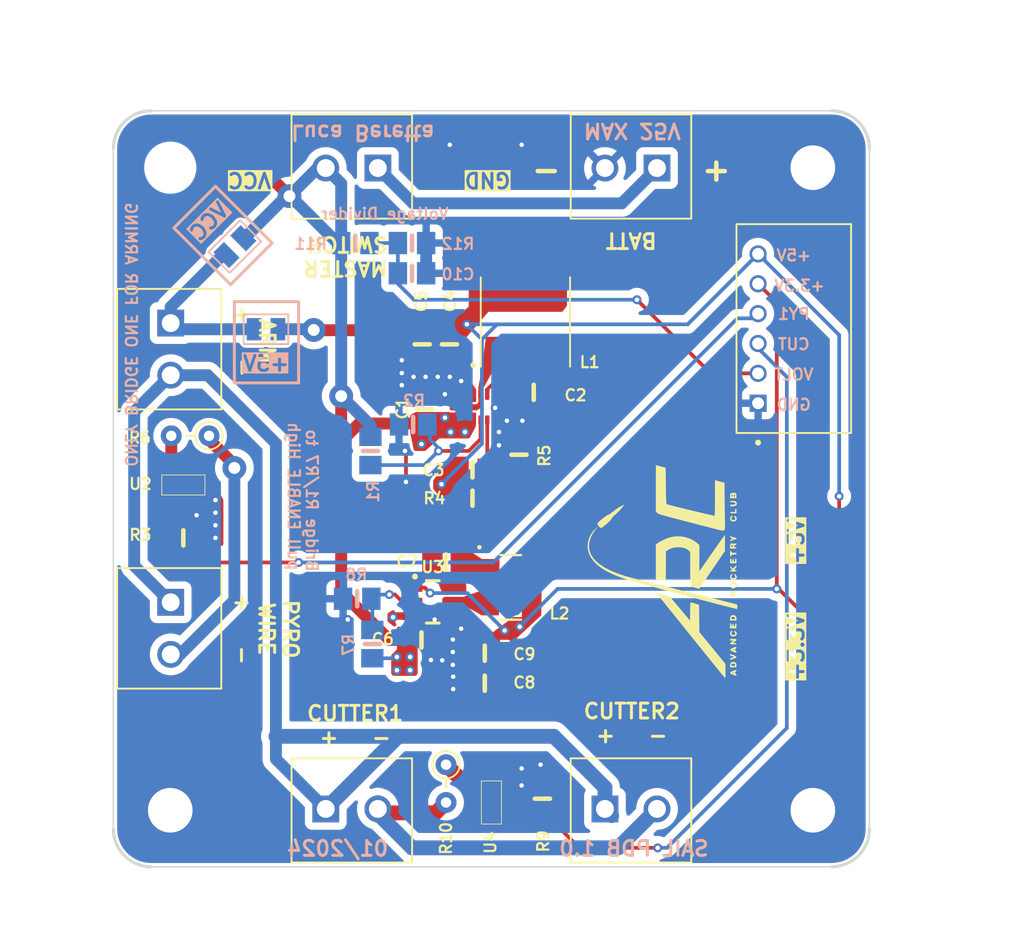
<source format=kicad_pcb>
(kicad_pcb (version 20221018) (generator pcbnew)
  (layers (0 "F.Cu" signal) (1 "In1.Cu" power) (2 "In2.Cu" power) (31 "B.Cu" signal) (34 "B.Paste" user) (35 "F.Paste" user) (36 "B.SilkS" user "B.Silkscreen") (37 "F.SilkS" user "F.Silkscreen") (38 "B.Mask" user) (39 "F.Mask" user) (44 "Edge.Cuts" user))
  (net 0 "")
  (net 1 "+3.3V")
  (net 2 "/PY1")
  (net 3 "/VOLTAGE")
  (net 4 "Net-(P4-Pad2)")
  (net 5 "Net-(U2-DRAIN)")
  (net 6 "/PYROCUT")
  (net 7 "/BATT+")
  (net 8 "/ARM")
  (net 9 "GND")
  (net 10 "+5V")
  (net 11 "Net-(U1-EN)")
  (net 12 "Net-(P5-Pad2)")
  (net 13 "Net-(U4-DRAIN)")
  (net 14 "/BUCK1_SW")
  (net 15 "/BUCK1_BST")
  (net 16 "/BUCK1_FB")
  (net 17 "/BUCK2_BST")
  (net 18 "/BUCK2_SW")
  (net 19 "VCC")
  (net 21 "/BUCK2_EN")
  (net 22 "Net-(JP1-B)")
  (footprint "CustomFootprintLib:0805-NO-Resistor" (layer "F.Cu") (at 101.6 57.785)
    (fp_text reference "R4")
    (fp_text value "158k")
  )
  (footprint "CustomFootprintLib:INDUCTOR_VLS6045EX-6.8uH" (layer "F.Cu") (at 105.156 45.9421 90)
    (fp_text reference "L1")
    (fp_text value "6.8uH")
  )
  (footprint "CustomFootprintLib:0805-NO (Capacitor)" (layer "F.Cu") (at 98.171 67.309962)
    (fp_text reference "C6")
    (fp_text value "10uF")
  )
  (footprint "CustomFootprintLib:0805-NO (Capacitor)" (layer "F.Cu") (at 101.6 55.88)
    (fp_text reference "C3")
    (fp_text value "4.7pF")
  )
  (footprint "CustomFootprintLib:KEYSTONE_5015_TEST" (layer "F.Cu") (at 126.238 60.452 90)
    (fp_text reference "TP2" hide)
    (fp_text value "5015")
  )
  (footprint "CustomFootprintLib:TERMBLOCK_OSTTE020104_3_5MM" (layer "F.Cu") (at 93.49 78.6638)
    (fp_text reference "P6" hide)
    (fp_text value "OSTTE020104" hide)
  )
  (footprint "CustomFootprintLib:KEYSTONE_5015_TEST" (layer "F.Cu") (at 102.489 33.909)
    (fp_text reference "TP4" hide)
    (fp_text value "5015")
  )
  (footprint "CustomFootprintLib:KEYSTONE_5015_TEST" (layer "F.Cu") (at 126.238 67.564 90)
    (fp_text reference "TP3" hide)
    (fp_text value "5015")
  )
  (footprint "CustomFootprintLib:0805-NO (Capacitor)" (layer "F.Cu") (at 105.7148 50.673)
    (fp_text reference "C2")
    (fp_text value "0.1uF")
  )
  (footprint "CustomFootprintLib:0805-NO (Capacitor)" (layer "F.Cu") (at 98.3996 51.816 90)
    (fp_text reference "C1")
    (fp_text value "10uF")
  )
  (footprint "CustomFootprintLib:0805-NO (Capacitor)" (layer "F.Cu") (at 98.2218 47.4472 -90)
    (fp_text reference "C5")
    (fp_text value "22uF")
  )
  (footprint "CustomFootprintLib:KEYSTONE_5015_TEST" (layer "F.Cu") (at 86.614 33.909)
    (fp_text reference "TP1" hide)
    (fp_text value "5015")
  )
  (footprint "MountingHole:MountingHole_3mm" (layer "F.Cu") (at 81.29 35.575)
    (fp_text reference "H1" hide)
    (fp_text value "MountingHole_Pad" hide)
  )
  (footprint "CustomFootprintLib:0805-NO-Resistor" (layer "F.Cu") (at 106.299 77.978 -90)
    (fp_text reference "R9")
    (fp_text value "470")
  )
  (footprint "CustomFootprintLib:DMN3051L-7" (layer "F.Cu") (at 82.169 58.071)
    (fp_text reference "U2")
    (fp_text value "DMN3051L-7" hide)
  )
  (footprint "CustomFootprintLib:0805-NO (Capacitor)" (layer "F.Cu") (at 102.4255 70.2164 180)
    (fp_text reference "C8")
    (fp_text value "22uF")
  )
  (footprint "MountingHole:MountingHole_3mm_Pad" (layer "F.Cu") (at 124.47 78.755)
    (fp_text reference "H4" hide)
    (fp_text value "MountingHole_Pad" hide)
  )
  (footprint "CustomFootprintLib:AP63356 (V-DFN3020-13)" (layer "F.Cu") (at 101.7656 51.6754)
    (fp_text reference "U1" hide)
    (fp_text value "AP63357_(SparkFun_Buck_Regulator_5V)" hide)
  )
  (footprint "Resistor_THT:R_Axial_DIN0204_L3.6mm_D1.6mm_P2.54mm_Vertical" (layer "F.Cu") (at 83.897 53.594 180)
    (fp_text reference "R6")
    (fp_text value "2.7")
  )
  (footprint "CustomFootprintLib:0805-NO (Capacitor)" (layer "F.Cu") (at 102.4255 68.199038 180)
    (fp_text reference "C9")
    (fp_text value "22uF")
  )
  (footprint "MountingHole:MountingHole_3mm_Pad" (layer "F.Cu") (at 81.29 78.755)
    (fp_text reference "H3" hide)
    (fp_text value "MountingHole_Pad" hide)
  )
  (footprint "CustomFootprintLib:0805-NO (Capacitor)" (layer "F.Cu") (at 99.822 62.077562)
    (fp_text reference "C7")
    (fp_text value "0.1uF")
  )
  (footprint "CustomFootprintLib:TERMBLOCK_OSTTE020104_3_5MM" (layer "F.Cu") (at 112.25 35.6 180)
    (fp_text reference "P1" hide)
    (fp_text value "OSTTE020104" hide)
  )
  (footprint "CustomFootprintLib:0805-NO (Capacitor)" (layer "F.Cu") (at 100.0506 47.4472 -90)
    (fp_text reference "C4")
    (fp_text value "22uF")
  )
  (footprint "Resistor_THT:R_Axial_DIN0204_L3.6mm_D1.6mm_P2.54mm_Vertical" (layer "F.Cu") (at 99.822 75.692 -90)
    (fp_text reference "R10")
    (fp_text value "3.9")
  )
  (footprint "CustomFootprintLib:TERMBLOCK_OSTTE020104_3_5MM" (layer "F.Cu") (at 93.49 35.6 180)
    (fp_text reference "P2" hide)
    (fp_text value "OSTTE020104" hide)
  )
  (footprint "CustomFootprintLib:IND_NRS4018T4R7MDGJ_4.7uH" (layer "F.Cu") (at 104.1654 63.779362)
    (fp_text reference "L2")
    (fp_text value "4.7uH")
  )
  (footprint "CustomFootprintLib:BUCK_AP63203_3.3_SPARKFUN" (layer "F.Cu") (at 98.933 64.752362 -90)
    (fp_text reference "U3")
    (fp_text value "AP63203")
  )
  (footprint "CustomFootprintLib:TERMBLOCK_OSTTE020104_3_5MM" (layer "F.Cu") (at 112.25 78.6638)
    (fp_text reference "P5" hide)
    (fp_text value "OSTTE020104" hide)
  )
  (footprint "MountingHole:MountingHole_3mm_Pad" (layer "F.Cu") (at 124.47 35.575)
    (fp_text reference "H2" hide)
    (fp_text value "MountingHole_Pad" hide)
  )
  (footprint "CustomFootprintLib:DMN3051L-7" (layer "F.Cu") (at 104.045 78.232 90)
    (fp_text reference "U4")
    (fp_text value "DMN3051L-7" hide)
  )
  (footprint "CustomFootprintLib:0805-NO-Resistor" (layer "F.Cu") (at 82.169 60.452 180)
    (fp_text reference "R3")
    (fp_text value "470" hide)
  )
  (footprint "Graphics:ARC_logo_black_15mm" (layer "F.Cu") (at 114.935 62.865 90)
    (fp_text reference "G***" hide)
    (fp_text value "LOGO" hide)
  )
  (footprint "CustomFootprintLib:TE_440055-6_6POS_2MM" (layer "F.Cu") (at 120.79 51.403 90)
    (fp_text reference "J1" hide)
    (fp_text value "440055-6_6POS_2MM" hide)
  )
  (footprint "CustomFootprintLib:TERMBLOCK_OSTTE020104_3_5MM" (layer "F.Cu") (at 81.32 47.77 -90)
    (fp_text reference "P3" hide)
    (fp_text value "OSTTE020104" hide)
  )
  (footprint "CustomFootprintLib:0805-NO-Resistor" (layer "F.Cu") (at 104.7242 54.864 90)
    (fp_text reference "R5")
    (fp_text value "30k")
  )
  (footprint "CustomFootprintLib:TERMBLOCK_OSTTE020104_3_5MM" (layer "F.Cu") (at 81.32 66.53 -90)
    (fp_text reference "P4" hide)
    (fp_text value "OSTTE020104" hide)
  )
  (footprint "CustomFootprintLib:0805-NO-Resistor" (layer "B.Cu") (at 93.726 40.64)
    (fp_text reference "R11")
    (fp_text value "3900")
  )
  (footprint "CustomFootprintLib:0805-NO-Resistor" (layer "B.Cu") (at 97.6122 52.832 180)
    (fp_text reference "R2")
    (fp_text value "3.6k")
  )
  (footprint "CustomFootprintLib:0805-NO-Resistor" (layer "B.Cu") (at 94.869 67.589362 -90)
    (fp_text reference "R7")
    (fp_text value "68k")
  )
  (footprint "CustomFootprintLib:0805-NO-Resistor" (layer "B.Cu") (at 94.742 54.61 -90)
    (fp_text reference "R1")
    (fp_text value "68k")
  )
  (footprint "CustomFootprintLib:0805-NO (Capacitor)" (layer "B.Cu") (at 97.536 42.672)
    (fp_text reference "C10")
    (fp_text value "1uF")
  )
  (footprint "CustomFootprintLib:0805-NO-Resistor" (layer "B.Cu") (at 93.853 64.541362)
    (fp_text reference "R8")
    (fp_text value "3.6k")
  )
  (footprint "Jumper:SolderJumper-2_P1.3mm_Open_Pad1.0x1.5mm" (layer "B.Cu") (at 85.598 40.8432 -135)
    (fp_text reference "JP3" hide)
    (fp_text value "Jumper_2_Open")
  )
  (footprint "CustomFootprintLib:0805-NO-Resistor" (layer "B.Cu") (at 97.536 40.64 180)
    (fp_text reference "R12")
    (fp_text value "470")
  )
  (footprint "Jumper:SolderJumper-2_P1.3mm_Open_Pad1.0x1.5mm" (layer "B.Cu") (at 87.7212 46.4312 180)
    (fp_text reference "JP1" hide)
    (fp_text value "Jumper_2_Open")
  )
  (gr_rect (start 85.598 44.577) (end 89.916 50.038) (stroke (width 0.2)) (fill none) (layer "B.SilkS"))
  (gr_line (start 88.138 40.64) (end 85.344 43.434) (stroke (width 0.2)) (layer "B.SilkS"))
  (gr_line (start 81.534 39.624) (end 84.328 36.83) (stroke (width 0.2)) (layer "B.SilkS"))
  (gr_line (start 84.328 36.83) (end 88.138 40.64) (stroke (width 0.2)) (layer "B.SilkS"))
  (gr_line (start 85.344 43.434) (end 81.534 39.624) (stroke (width 0.2)) (layer "B.SilkS"))
  (gr_arc (start 80.01 82.55) (mid 78.213958 81.80605) (end 77.47 80.01) (stroke (width 0.2)) (layer "Edge.Cuts"))
  (gr_line (start 128.27 80.01) (end 128.27 34.29) (stroke (width 0.1)) (layer "Edge.Cuts"))
  (gr_line (start 80.01 82.55) (end 125.73 82.55) (stroke (width 0.1)) (layer "Edge.Cuts"))
  (gr_arc (start 125.73 31.75) (mid 127.52606 32.493947) (end 128.27 34.29) (stroke (width 0.2)) (layer "Edge.Cuts"))
  (gr_line (start 125.73 31.75) (end 80.01 31.75) (stroke (width 0.1)) (layer "Edge.Cuts"))
  (gr_arc (start 77.47 34.29) (mid 78.213958 32.493966) (end 80.01 31.75) (stroke (width 0.2)) (layer "Edge.Cuts"))
  (gr_line (start 77.47 34.29) (end 77.47 80.01) (stroke (width 0.1)) (layer "Edge.Cuts"))
  (gr_arc (start 128.270018 80.01) (mid 127.526064 81.806064) (end 125.73 82.550018) (stroke (width 0.2)) (layer "Edge.Cuts"))
  (gr_text "PY1" (at 123.19 45.847) (layer "B.SilkS") (effects (font (size 0.75 0.75) (thickness 0.15) bold) (justify bottom mirror)))
  (gr_text "VCC" (at 84.328 39.624 45) (layer "B.SilkS" knockout) (effects (font (size 1 1) (thickness 0.2) bold) (justify bottom mirror)))
  (gr_text "01/2024" (at 89.027 81.915) (layer "B.SilkS") (effects (font (size 1 1) (thickness 0.2) bold) (justify right bottom mirror)))
  (gr_text "+5V" (at 123.19 41.91) (layer "B.SilkS") (effects (font (size 0.75 0.75)) (justify bottom mirror)))
  (gr_text "GND" (at 123.19 51.943) (layer "B.SilkS") (effects (font (size 0.75 0.75) (thickness 0.15) bold) (justify bottom mirror)))
  (gr_text "ONLY BRIDGE ONE FOR ARMING" (at 78.2066 55.753 270) (layer "B.SilkS") (effects (font (size 0.75 0.75) (thickness 0.15) bold) (justify left bottom mirror)))
  (gr_text "Bridge R1/R7 to \npull ENABLE High" (at 89.154 57.658 270) (layer "B.SilkS") (effects (font (size 0.75 0.75)) (justify bottom mirror)))
  (gr_text "+3.3V" (at 123.571 43.942) (layer "B.SilkS") (effects (font (size 0.75 0.75)) (justify bottom mirror)))
  (gr_text "VOLT" (at 123.19 49.911) (layer "B.SilkS") (effects (font (size 0.75 0.75) (thickness 0.15) bold) (justify bottom mirror)))
  (gr_text "Luca Beretta" (at 99.187 32.637726 180) (layer "B.SilkS") (effects (font (size 1 1) (thickness 0.2) bold) (justify right bottom mirror)))
  (gr_text "CUT" (at 123.19 47.879) (layer "B.SilkS") (effects (font (size 0.75 0.75)) (justify bottom mirror)))
  (gr_text "SAIL PDB 1.0" (at 107.315 81.915) (layer "B.SilkS") (effects (font (size 1 1) (thickness 0.2) bold) (justify right bottom mirror)))
  (gr_text "MAX 25V" (at 108.966 32.512 180) (layer "B.SilkS") (effects (font (size 1 1) (thickness 0.2) bold) (justify left bottom mirror)))
  (gr_text "Voltage Divider" (at 100.076 39.116) (layer "B.SilkS") (effects (font (size 0.75 0.75) (thickness 0.15) bold) (justify left bottom mirror)))
  (gr_text "+5V" (at 87.7316 49.3268) (layer "B.SilkS" knockout) (effects (font (size 1 1) (thickness 0.2) bold) (justify bottom mirror)))
  (gr_text "CUTTER2\n+   -" (at 112.3034 74.295) (layer "F.SilkS") (effects (font (size 1 1) (thickness 0.2) bold) (justify bottom)))
  (gr_text "GND" (at 102.616 35.814 180) (layer "F.SilkS" knockout) (effects (font (size 1 1) (thickness 0.2) bold) (justify bottom)))
  (gr_text "MASTER\nSWITCH" (at 96.012 40.132 180) (layer "F.SilkS") (effects (font (size 1 1) (thickness 0.2) bold) (justify left bottom)))
  (gr_text "+3.3V" (at 123.952 67.818 90) (layer "F.SilkS" knockout) (effects (font (size 1 1) (thickness 0.2) bold) (justify bottom)))
  (gr_text "BATT" (at 112.268 39.878 180) (layer "F.SilkS") (effects (font (size 1 1) (thickness 0.2) bold) (justify bottom)))
  (gr_text "ARM\n+   -" (at 85.598 47.244 270) (layer "F.SilkS") (effects (font (size 1 1) (thickness 0.2) bold) (justify bottom)))
  (gr_text "PYRO\nWIRE\n+   -" (at 85.5618 66.5782 270) (layer "F.SilkS") (effects (font (size 1 1) (thickness 0.2) bold) (justify bottom)))
  (gr_text "CUTTER1\n+   -" (at 93.716 74.4474) (layer "F.SilkS") (effects (font (size 1 1) (thickness 0.2) bold) (justify bottom)))
  (gr_text "VCC" (at 86.614 35.814 180) (layer "F.SilkS" knockout) (effects (font (size 1 1) (thickness 0.2) bold) (justify bottom)))
  (gr_text "+" (at 116.858 36.576) (layer "F.SilkS") (effects (font (size 1.5 1.5) (thickness 0.3) bold) (justify left bottom)))
  (gr_text "+5V" (at 123.952 60.706 90) (layer "F.SilkS" knockout) (effects (font (size 1 1) (thickness 0.2) bold) (justify bottom)))
  (gr_text "-\n" (at 105.428 36.576) (layer "F.SilkS") (effects (font (size 1.5 1.5) (thickness 0.3) bold) (justify left bottom)))
  (segment (start 122.172726 63.879726) (end 122.047 63.879726) (width 0.25) (layer "F.Cu") (net 1))
  (segment (start 105.5624 63.779362) (end 105.5624 62.229962) (width 0.25) (layer "F.Cu") (net 1))
  (segment (start 97.5579 63.802362) (end 98.397162 63.802362) (width 0.25) (layer "F.Cu") (net 1))
  (segment (start 98.397162 63.802362) (end 98.7552 64.1604) (width 0.25) (layer "F.Cu") (net 1))
  (segment (start 122.047 44.634) (end 122.047 63.879726) (width 0.25) (layer "F.Cu") (net 1))
  (segment (start 126.746 67.564) (end 125.857 67.564) (width 0.25) (layer "F.Cu") (net 1))
  (segment (start 120.79 43.693) (end 120.79 43.377) (width 0.25) (layer "F.Cu") (net 1))
  (segment (start 120.79 43.377) (end 122.047 44.634) (width 0.25) (layer "F.Cu") (net 1))
  (segment (start 125.857 67.564) (end 122.172726 63.879726) (width 0.25) (layer "F.Cu") (net 1))
  (via (at 103.759 66.675) (size 0.6) (drill 0.3) (layers "F.Cu" "B.Cu") (net 1))
  (via (at 98.7552 64.1604) (size 0.6) (drill 0.3) (layers "F.Cu" "B.Cu") (net 1))
  (via (at 104.775 66.420962) (size 0.6) (drill 0.3) (layers "F.Cu" "B.Cu") (net 1))
  (via (at 122.047 63.879726) (size 0.6) (drill 0.3) (layers "F.Cu" "B.Cu") (net 1))
  (segment (start 103.759 66.675) (end 101.2444 64.1604) (width 0.25) (layer "B.Cu") (net 1))
  (segment (start 107.316274 63.879726) (end 122.047 63.879726) (width 0.25) (layer "B.Cu") (net 1))
  (segment (start 101.2444 64.1604) (end 98.7552 64.1604) (width 0.25) (layer "B.Cu") (net 1))
  (segment (start 104.775 66.420962) (end 104.775038 66.420962) (width 0.25) (layer "B.Cu") (net 1))
  (segment (start 104.775038 66.420962) (end 107.316274 63.879726) (width 0.25) (layer "B.Cu") (net 1))
  (segment (start 81.539 60.772) (end 81.539 61.219) (width 0.25) (layer "F.Cu") (net 2))
  (segment (start 81.539 61.219) (end 82.423 62.103) (width 0.25) (layer "F.Cu") (net 2))
  (segment (start 81.219 57.821) (end 81.219 60.452) (width 0.25) (layer "F.Cu") (net 2))
  (segment (start 82.423 62.103) (end 89.916 62.103) (width 0.25) (layer "F.Cu") (net 2))
  (via (at 89.916 62.103) (size 0.6) (drill 0.3) (layers "F.Cu" "B.Cu") (net 2))
  (segment (start 119.401 45.699) (end 102.997 62.103) (width 0.25) (layer "B.Cu") (net 2))
  (segment (start 120.79 45.699) (end 119.401 45.699) (width 0.25) (layer "B.Cu") (net 2))
  (segment (start 102.997 62.103) (end 89.916 62.103) (width 0.25) (layer "B.Cu") (net 2))
  (segment (start 117.594994 49.396) (end 112.649 44.450006) (width 0.25) (layer "F.Cu") (net 3))
  (segment (start 120.79 49.396) (end 117.594994 49.396) (width 0.25) (layer "F.Cu") (net 3))
  (via (at 112.649 44.450006) (size 0.6) (drill 0.3) (layers "F.Cu" "B.Cu") (net 3))
  (segment (start 96.586 42.672) (end 96.586 43.373) (width 0.25) (layer "B.Cu") (net 3))
  (segment (start 94.676 40.64) (end 96.586 40.64) (width 0.25) (layer "B.Cu") (net 3))
  (segment (start 97.663006 44.450006) (end 112.649 44.450006) (width 0.25) (layer "B.Cu") (net 3))
  (segment (start 96.586 43.373) (end 97.663006 44.450006) (width 0.25) (layer "B.Cu") (net 3))
  (segment (start 96.586 40.64) (end 96.586 42.672) (width 0.25) (layer "B.Cu") (net 3))
  (segment (start 83.897 53.594) (end 83.897 53.8488) (width 0.8) (layer "F.Cu") (net 4))
  (segment (start 83.897 53.8488) (end 85.598032 55.549832) (width 0.8) (layer "F.Cu") (net 4))
  (segment (start 85.598032 55.549832) (end 85.598032 55.753032) (width 0.8) (layer "F.Cu") (net 4))
  (via (at 85.598032 55.753032) (size 1.6) (drill 0.8) (layers "F.Cu" "B.Cu") (net 4))
  (segment (start 81.32 68.28) (end 81.961 68.28) (width 0.8) (layer "B.Cu") (net 4))
  (segment (start 81.961 68.28) (end 85.598032 64.642968) (width 0.8) (layer "B.Cu") (net 4))
  (segment (start 85.598032 64.642968) (end 85.598032 55.753032) (width 0.8) (layer "B.Cu") (net 4))
  (segment (start 81.357 55.109) (end 82.169 55.921) (width 0.8) (layer "F.Cu") (net 5))
  (segment (start 81.357 53.594) (end 81.357 55.109) (width 0.8) (layer "F.Cu") (net 5))
  (segment (start 103.795 79.182) (end 106.172 79.182) (width 0.25) (layer "F.Cu") (net 6))
  (segment (start 108.778 81.28) (end 114.046 81.28) (width 0.25) (layer "F.Cu") (net 6))
  (segment (start 106.426 78.928) (end 108.778 81.28) (width 0.25) (layer "F.Cu") (net 6))
  (via (at 114.046 81.28) (size 0.6) (drill 0.3) (layers "F.Cu" "B.Cu") (net 6))
  (segment (start 120.79 47.706) (end 122.721 49.637) (width 0.25) (layer "B.Cu") (net 6))
  (segment (start 114.671848 81.28) (end 114.046 81.28) (width 0.25) (layer "B.Cu") (net 6))
  (segment (start 122.721 73.230848) (end 114.671848 81.28) (width 0.25) (layer "B.Cu") (net 6))
  (segment (start 122.721 49.637) (end 122.721 73.230848) (width 0.25) (layer "B.Cu") (net 6))
  (segment (start 114 35.6) (end 111.628274 37.971726) (width 0.8) (layer "B.Cu") (net 7))
  (segment (start 111.628274 37.971726) (end 97.611726 37.971726) (width 0.8) (layer "B.Cu") (net 7))
  (segment (start 97.611726 37.971726) (end 95.24 35.6) (width 0.8) (layer "B.Cu") (net 7))
  (segment (start 81.32 49.52) (end 83.81 49.52) (width 0.8) (layer "B.Cu") (net 8))
  (segment (start 81.32 49.52) (end 78.867 51.973) (width 0.8) (layer "B.Cu") (net 8))
  (segment (start 96.6168 73.787) (end 88.392 73.787) (width 1) (layer "B.Cu") (net 8))
  (segment (start 78.867 62.327) (end 81.32 64.78) (width 0.8) (layer "B.Cu") (net 8))
  (segment (start 88.392 73.787) (end 88.392 75.3158) (width 0.8) (layer "B.Cu") (net 8))
  (segment (start 96.6168 73.787) (end 91.74 78.6638) (width 1) (layer "B.Cu") (net 8))
  (segment (start 110.5 77.226) (end 107.061 73.787) (width 1) (layer "B.Cu") (net 8))
  (segment (start 88.392 75.3158) (end 91.74 78.6638) (width 0.8) (layer "B.Cu") (net 8))
  (segment (start 88.392 54.102) (end 88.392 73.787) (width 0.8) (layer "B.Cu") (net 8))
  (segment (start 110.5 78.6638) (end 110.5 77.226) (width 1) (layer "B.Cu") (net 8))
  (segment (start 78.867 51.973) (end 78.867 62.327) (width 0.8) (layer "B.Cu") (net 8))
  (segment (start 110.5 78.6638) (end 110.9502 79.114) (width 1) (layer "B.Cu") (net 8))
  (segment (start 107.061 73.787) (end 96.6168 73.787) (width 1) (layer "B.Cu") (net 8))
  (segment (start 83.81 49.52) (end 88.392 54.102) (width 0.8) (layer "B.Cu") (net 8))
  (segment (start 104.775 33.909) (end 104.902 34.036) (width 0.25) (layer "F.Cu") (net 9))
  (segment (start 97.1296 54.676012) (end 97.063588 54.61) (width 0.25) (layer "F.Cu") (net 9))
  (segment (start 103.0406 52.5254) (end 103.0406 51.7978) (width 0.25) (layer "F.Cu") (net 9))
  (segment (start 97.1296 56.6928) (end 97.1296 54.676012) (width 0.25) (layer "F.Cu") (net 9))
  (segment (start 102.489 33.909) (end 100.203 33.909) (width 0.25) (layer "F.Cu") (net 9))
  (segment (start 102.489 33.909) (end 104.775 33.909) (width 0.25) (layer "F.Cu") (net 9))
  (segment (start 100.203 33.909) (end 100.076 34.036) (width 0.25) (layer "F.Cu") (net 9))
  (segment (start 103.0406 51.7978) (end 103.124 51.7144) (width 0.25) (layer "F.Cu") (net 9))
  (via (at 98.806 68.656162) (size 0.6) (drill 0.3) (layers "F.Cu" "B.Cu") (net 9))
  (via (at 96.8502 50.1904) (size 0.6) (drill 0.3) (layers "F.Cu" "B.Cu") (net 9))
  (via (at 103.378 54.229) (size 0.6) (drill 0.3) (layers "F.Cu" "B.Cu") (net 9))
  (via (at 106.172 75.692) (size 0.8) (drill 0.3) (layers "F.Cu" "B.Cu") (net 9))
  (via (at 99.7458 50.8) (size 0.6) (drill 0.3) (layers "F.Cu" "B.Cu") (net 9))
  (via (at 84.328 57.912) (size 0.6) (drill 0.3) (layers "F.Cu" "B.Cu") (net 9))
  (via (at 99.568 68.681562) (size 0.6) (drill 0.3) (layers "F.Cu" "B.Cu") (net 9))
  (via (at 97.063588 54.61) (size 0.6) (drill 0.3) (layers "F.Cu" "B.Cu") (net 9))
  (via (at 103.378 53.34) (size 0.6) (drill 0.3) (layers "F.Cu" "B.Cu") (net 9))
  (via (at 84.328 58.758666) (size 0.6) (drill 0.3) (layers "F.Cu" "B.Cu") (net 9))
  (via (at 100.076 49.6316) (size 0.6) (drill 0.3) (layers "F.Cu" "B.Cu") (net 9))
  (via (at 83.058 58.928) (size 0.6) (drill 0.3) (layers "F.Cu" "B.Cu") (net 9))
  (via (at 104.902 34.036) (size 0.6) (drill 0.3) (layers "F.Cu" "B.Cu") (net 9))
  (via (at 97.1296 56.6928) (size 0.6) (drill 0.3) (layers "F.Cu" "B.Cu") (net 9))
  (via (at 100.076 34.036) (size 0.6) (drill 0.3) (layers "F.Cu" "B.Cu") (net 9))
  (via (at 98.4504 49.6316) (size 0.6) (drill 0.3) (layers "F.Cu" "B.Cu") (net 9))
  (via (at 93.218 65.938362) (size 0.6) (drill 0.3) (layers "F.Cu" "B.Cu") (net 9))
  (via (at 104.902 77.089) (size 0.8) (drill 0.3) (layers "F.Cu" "B.Cu") (net 9))
  (via (at 104.902 75.946) (size 0.8) (drill 0.3) (layers "F.Cu" "B.Cu") (net 9))
  (via (at 104.9528 52.578) (size 0.6) (drill 0.3) (layers "F.Cu" "B.Cu") (net 9))
  (via (at 100.838 49.911) (size 0.6) (drill 0.3) (layers "F.Cu" "B.Cu") (net 9))
  (via (at 100.2792 68.986362) (size 0.6) (drill 0.3) (layers "F.Cu" "B.Cu") (net 9))
  (via (at 97.6376 49.6316) (size 0.6) (drill 0.3) (layers "F.Cu" "B.Cu") (net 9))
  (via (at 100.2792 67.284562) (size 0.6) (drill 0.3) (layers "F.Cu" "B.Cu") (net 9))
  (via (at 96.8502 48.514) (size 0.6) (drill 0.3) (layers "F.Cu" "B.Cu") (net 9))
  (via (at 100.3046 69.7738) (size 0.6) (drill 0.3) (layers "F.Cu" "B.Cu") (net 9))
  (via (at 100.3046 70.612) (size 0.6) (drill 0.3) (layers "F.Cu" "B.Cu") (net 9))
  (via (at 84.328 60.452) (size 0.6) (drill 0.3) (layers "F.Cu" "B.Cu") (net 9))
  (via (at 103.9114 52.578) (size 0.6) (drill 0.3) (layers "F.Cu" "B.Cu") (net 9))
  (via (at 100.838 66.548) (size 0.6) (drill 0.3) (layers "F.Cu" "B.Cu") (net 9))
  (via (at 103.124 51.7144) (size 0.6) (drill 0.3) (layers "F.Cu" "B.Cu") (net 9))
  (via (at 99.059 65.937088) (size 0.6) (drill 0.3) (layers "F.Cu" "B.Cu") (net 9))
  (via (at 99.2632 49.6316) (size 0.6) (drill 0.3) (layers "F.Cu" "B.Cu") (net 9))
  (via (at 96.8502 49.3776) (size 0.6) (drill 0.3) (layers "F.Cu" "B.Cu") (net 9))
  (via (at 84.328 59.605332) (size 0.6) (drill 0.3) (layers "F.Cu" "B.Cu") (net 9))
  (via (at 100.2792 68.122762) (size 0.6) (drill 0.3) (layers "F.Cu" "B.Cu") (net 9))
  (segment (start 92.903 65.049362) (end 92.903 65.623362) (width 0.25) (layer "B.Cu") (net 9))
  (segment (start 96.647 50.3936) (end 96.647 54.193412) (width 0.25) (layer "B.Cu") (net 9))
  (segment (start 96.647 54.193412) (end 97.063588 54.61) (width 0.25) (layer "B.Cu") (net 9))
  (segment (start 92.903 65.623362) (end 93.218 65.938362) (width 0.25) (layer "B.Cu") (net 9))
  (segment (start 98.486 42.672) (end 98.486 40.64) (width 0.8) (layer "B.Cu") (net 9))
  (segment (start 96.8502 50.1904) (end 96.647 50.3936) (width 0.25) (layer "B.Cu") (net 9))
  (segment (start 98.2726 46.4972) (end 98.2726 46.101) (width 0.25) (layer "F.Cu") (net 10))
  (segment (start 98.2218 46.4972) (end 90.9676 46.4972) (width 0.8) (layer "F.Cu") (net 10))
  (segment (start 90.9472 46.4972) (end 90.932 46.482) (width 0.25) (layer "F.Cu") (net 10))
  (segment (start 126.238 60.452) (end 126.238 57.658) (width 0.25) (layer "F.Cu") (net 10))
  (segment (start 90.9676 46.4972) (end 90.9472 46.4972) (width 0.25) (layer "F.Cu") (net 10))
  (via (at 99.5172 56.8452) (size 0.6) (drill 0.3) (layers "F.Cu" "B.Cu") (net 10))
  (via (at 101.219 46.101) (size 0.6) (drill 0.3) (layers "F.Cu" "B.Cu") (net 10))
  (via (at 90.932 46.482) (size 1.6) (drill 0.8) (layers "F.Cu" "B.Cu") (net 10))
  (via (at 126.238 57.658) (size 0.6) (drill 0.3) (layers "F.Cu" "B.Cu") (net 10))
  (segment (start 102.235 47.117) (end 103.251 46.101) (width 0.25) (layer "B.Cu") (net 10))
  (segment (start 121.251637 41.686) (end 120.79 41.686) (width 0.25) (layer "B.Cu") (net 10))
  (segment (start 102.235 54.1274) (end 99.5172 56.8452) (width 0.25) (layer "B.Cu") (net 10))
  (segment (start 101.219 46.101) (end 103.378 46.101) (width 0.25) (layer "B.Cu") (net 10))
  (segment (start 103.378 46.101) (end 116.059 46.101) (width 0.25) (layer "B.Cu") (net 10))
  (segment (start 116.059 46.101) (end 120.79 41.37) (width 0.25) (layer "B.Cu") (net 10))
  (segment (start 102.235 47.117) (end 102.235 54.1274) (width 0.25) (layer "B.Cu") (net 10))
  (segment (start 103.251 46.101) (end 103.378 46.101) (width 0.25) (layer "B.Cu") (net 10))
  (segment (start 90.8812 46.4312) (end 88.5212 46.4312) (width 0.8) (layer "B.Cu") (net 10))
  (segment (start 120.79 41.37) (end 126.238 46.818) (width 0.25) (layer "B.Cu") (net 10))
  (segment (start 101.219 46.101) (end 102.235 47.117) (width 0.25) (layer "B.Cu") (net 10))
  (segment (start 120.79 41.686) (end 120.474 41.37) (width 0.25) (layer "B.Cu") (net 10))
  (segment (start 90.932 46.482) (end 90.8812 46.4312) (width 0.25) (layer "B.Cu") (net 10))
  (segment (start 126.238 46.818) (end 126.238 57.658) (width 0.25) (layer "B.Cu") (net 10))
  (segment (start 102.1406 52.5254) (end 102.1406 53.8154) (width 0.25) (layer "F.Cu") (net 11))
  (segment (start 101.346 54.61) (end 99.314 54.61) (width 0.25) (layer "F.Cu") (net 11))
  (segment (start 102.1406 53.8154) (end 101.346 54.61) (width 0.25) (layer "F.Cu") (net 11))
  (via (at 99.314 54.609996) (size 0.6) (drill 0.3) (layers "F.Cu" "B.Cu") (net 11))
  (segment (start 98.74 52.832) (end 98.74 53.832) (width 0.25) (layer "B.Cu") (net 11))
  (segment (start 98.5622 52.9082) (end 98.867 53.213) (width 0.25) (layer "B.Cu") (net 11))
  (segment (start 98.74 53.832) (end 99.314 54.406) (width 0.25) (layer "B.Cu") (net 11))
  (segment (start 98.363996 55.56) (end 99.314 54.609996) (width 0.25) (layer "B.Cu") (net 11))
  (segment (start 99.314 54.406) (end 99.314 54.609996) (width 0.25) (layer "B.Cu") (net 11))
  (segment (start 98.5622 52.832) (end 98.5622 52.9082) (width 0.25) (layer "B.Cu") (net 11))
  (segment (start 98.74 52.832) (end 98.867 52.832) (width 0.25) (layer "B.Cu") (net 11))
  (segment (start 95.504 55.56) (end 98.363996 55.56) (width 0.25) (layer "B.Cu") (net 11))
  (segment (start 95.24 78.6638) (end 95.5042 78.928) (width 1) (layer "F.Cu") (net 12))
  (segment (start 95.5042 78.928) (end 99.126 78.928) (width 1) (layer "F.Cu") (net 12))
  (segment (start 99.126 78.928) (end 99.822 78.232) (width 1) (layer "F.Cu") (net 12))
  (segment (start 114 78.6638) (end 111.3838 81.28) (width 1) (layer "B.Cu") (net 12))
  (segment (start 111.3838 81.28) (end 97.536 81.28) (width 1) (layer "B.Cu") (net 12))
  (segment (start 95.24 78.984) (end 95.24 78.6638) (width 1) (layer "B.Cu") (net 12))
  (segment (start 97.536 81.28) (end 95.24 78.984) (width 1) (layer "B.Cu") (net 12))
  (segment (start 95.24 78.242) (end 95.24 78.6638) (width 1) (layer "B.Cu") (net 12))
  (segment (start 99.822 75.692) (end 101.895 77.765) (width 1) (layer "F.Cu") (net 13))
  (segment (start 101.895 77.765) (end 101.895 78.232) (width 1) (layer "F.Cu") (net 13))
  (segment (start 104.8004 48.455) (end 103.6402 48.455) (width 0.25) (layer "F.Cu") (net 14))
  (segment (start 103.3608 48.8614) (end 105.3846 48.8614) (width 0.25) (layer "F.Cu") (net 14))
  (segment (start 105.156 55.88) (end 105.2068 55.8292) (width 0.25) (layer "F.Cu") (net 16))
  (segment (start 102.5906 52.5254) (end 102.5906 55.8394) (width 0.25) (layer "F.Cu") (net 16))
  (segment (start 102.5906 55.8394) (end 102.55 55.88) (width 0.25) (layer "F.Cu") (net 16))
  (segment (start 102.55 57.912) (end 102.55 55.88) (width 0.25) (layer "F.Cu") (net 16))
  (segment (start 102.55 55.88) (end 105.156 55.88) (width 0.25) (layer "F.Cu") (net 16))
  (segment (start 102.8548 56.1848) (end 102.55 55.88) (width 0.25) (layer "F.Cu") (net 16))
  (segment (start 101.1906 52.5254) (end 101.0906 52.4254) (width 0.25) (layer "F.Cu") (net 19))
  (segment (start 94.616274 52.766) (end 92.776 50.925726) (width 0.8) (layer "F.Cu") (net 19))
  (segment (start 97.221 67.309962) (end 96.011962 67.309962) (width 0.8) (layer "F.Cu") (net 19))
  (segment (start 97.221 67.309962) (end 97.221 67.711362) (width 0.25) (layer "F.Cu") (net 19))
  (segment (start 89.3025 37.4865) (end 86.614 34.798) (width 0.8) (layer "F.Cu") (net 19))
  (segment (start 93.983726 52.766) (end 92.776 53.973726) (width 0.8) (layer "F.Cu") (net 19))
  (segment (start 94.616274 52.766) (end 93.983726 52.766) (width 0.8) (layer "F.Cu") (net 19))
  (segment (start 98.3996 52.766) (end 94.616274 52.766) (width 0.8) (layer "F.Cu") (net 19))
  (segment (start 86.614 34.798) (end 86.614 33.909) (width 0.8) (layer "F.Cu") (net 19))
  (segment (start 92.775998 64.073998) (end 92.775998 64.073725) (width 0.8) (layer "F.Cu") (net 19))
  (segment (start 92.776 64.073726) (end 92.776 53.973726) (width 0.8) (layer "F.Cu") (net 19))
  (segment (start 92.776 53.973726) (end 92.776 50.925726) (width 0.8) (layer "F.Cu") (net 19))
  (segment (start 98.3996 52.9184) (end 98.74 52.578) (width 0.6) (layer "F.Cu") (net 19))
  (segment (start 100.938 52.578) (end 101.0906 52.4254) (width 0.6) (layer "F.Cu") (net 19))
  (segment (start 96.011962 67.309962) (end 92.775998 64.073998) (width 0.8) (layer "F.Cu") (net 19))
  (via (at 98.171 54.1528) (size 0.6) (drill 0.3) (layers "F.Cu" "B.Cu") (net 19))
  (via (at 97.409 68.453) (size 0.6) (drill 0.3) (layers "F.Cu" "B.Cu") (net 19))
  (via (at 96.52 68.453) (size 0.6) (drill 0.3) (layers "F.Cu" "B.Cu") (net 19))
  (via (at 100.1268 53.34) (size 0.6) (drill 0.3) (layers "F.Cu" "B.Cu") (net 19))
  (via (at 92.776 50.925726) (size 1.6) (drill 0.8) (layers "F.Cu" "B.Cu") (net 19))
  (via (at 89.3025 37.4865) (size 1.6) (drill 0.8) (layers "F.Cu" "B.Cu") (net 19))
  (via (at 99.7458 52.3748) (size 0.6) (drill 0.3) (layers "F.Cu" "B.Cu") (net 19))
  (via (at 101.092 53.34) (size 0.6) (drill 0.3) (layers "F.Cu" "B.Cu") (net 19))
  (via (at 97.409 69.342) (size 0.6) (drill 0.3) (layers "F.Cu" "B.Cu") (net 19))
  (via (at 96.266 65.786) (size 0.6) (drill 0.3) (layers "F.Cu" "B.Cu") (net 19))
  (via (at 96.52 69.342) (size 0.6) (drill 0.3) (layers "F.Cu" "B.Cu") (net 19))
  (segment (start 89.0967 37.4865) (end 86.352019 40.231181) (width 0.8) (layer "B.Cu") (net 19))
  (segment (start 92.776 36.636) (end 91.74 35.6) (width 0.8) (layer "B.Cu") (net 19))
  (segment (start 92.776 40.894) (end 92.776 50.925726) (width 0.8) (layer "B.Cu") (net 19))
  (segment (start 91.189 35.6) (end 89.3025 37.4865) (width 0.8) (layer "B.Cu") (net 19))
  (segment (start 92.776 40.894) (end 89.556363 37.674363) (width 0.8) (layer "B.Cu") (net 19))
  (segment (start 94.742 52.891726) (end 92.776 50.925726) (width 0.8) (layer "B.Cu") (net 19))
  (segment (start 95.25 53.66) (end 94.996 53.66) (width 0.25) (layer "B.Cu") (net 19))
  (segment (start 94.996 53.66) (end 94.742 53.66) (width 0.8) (layer "B.Cu") (net 19))
  (segment (start 92.776 40.64) (end 92.776 36.636) (width 0.8) (layer "B.Cu") (net 19))
  (segment (start 89.3025 37.4865) (end 89.0967 37.4865) (width 0.6) (layer "B.Cu") (net 19))
  (segment (start 91.74 35.6) (end 91.189 35.6) (width 0.6) (layer "B.Cu") (net 19))
  (segment (start 94.742 53.66) (end 94.742 52.891726) (width 0.8) (layer "B.Cu") (net 19))
  (segment (start 89.556363 37.674363) (end 89.556363 37.232363) (width 0.8) (layer "B.Cu") (net 19))
  (segment (start 94.869 68.539362) (end 96.393 68.539362) (width 0.25) (layer "B.Cu") (net 19))
  (segment (start 96.393 64.262) (end 96.012 64.262) (width 0.25) (layer "F.Cu") (net 21))
  (segment (start 97.5579 64.752362) (end 96.883362 64.752362) (width 0.25) (layer "F.Cu") (net 21))
  (segment (start 96.883362 64.752362) (end 96.393 64.262) (width 0.25) (layer "F.Cu") (net 21))
  (via (at 96.012 64.262) (size 0.6) (drill 0.3) (layers "F.Cu" "B.Cu") (net 21))
  (segment (start 94.869 64.607362) (end 94.803 64.541362) (width 0.25) (layer "B.Cu") (net 21))
  (segment (start 95.082362 64.262) (end 96.012 64.262) (width 0.25) (layer "B.Cu") (net 21))
  (segment (start 94.869 66.639362) (end 94.869 64.607362) (width 0.25) (layer "B.Cu") (net 21))
  (segment (start 94.803 64.541362) (end 95.082362 64.262) (width 0.25) (layer "B.Cu") (net 21))
  (segment (start 86.9212 46.4312) (end 81.7312 46.4312) (width 0.8) (layer "B.Cu") (net 22))
  (segment (start 81.7312 46.4312) (end 81.32 46.02) (width 0.25) (layer "B.Cu") (net 22))
  (segment (start 81.32 45.469) (end 81.32 46.02) (width 0.8) (layer "B.Cu") (net 22))
  (segment (start 85.06767 41.444241) (end 84.811359 41.444241) (width 0.8) (layer "B.Cu") (net 22))
  (segment (start 81.32 44.9356) (end 81.32 46.02) (width 0.8) (layer "B.Cu") (net 22))
  (segment (start 84.811359 41.444241) (end 81.32 44.9356) (width 0.8) (layer "B.Cu") (net 22))
  (zone (net 1) (net_name "+3.3V") (layer "F.Cu") (priority 2) (connect_pads yes (clearance 0.15)) (min_thickness 0.15) (fill yes (thermal_gap 0.15) (thermal_bridge_width 0.15))
    (polygon (pts (xy 106.2228 65.658962) (xy 104.4956 67.2592) (xy 104.0384 68.0212) (xy 104.0384 70.9168) (xy 103.9622 71.018362) (xy 102.8192 71.018362) (xy 102.7176 70.9676) (xy 102.743 66.954362) (xy 104.8766 65.379562) (xy 104.8766 62.052162) (xy 104.9274 61.848962) (xy 106.1466 61.848962) (xy 106.2736 61.950562)))
  )
  (zone (net 9) (net_name "GND") (layer "F.Cu") (priority 10) (connect_pads yes (clearance 0.15)) (min_thickness 0.25) (fill yes (thermal_gap 0.5) (thermal_bridge_width 0.5))
    (polygon (pts (xy 82.677 57.277) (xy 82.677 58.166) (xy 82.423 59.436) (xy 82.423 61.214) (xy 83.693 61.214) (xy 84.8614 60.96) (xy 84.8614 57.912) (xy 84.5566 57.277)))
  )
  (zone (net 18) (net_name "/BUCK2_SW") (layer "F.Cu") (priority 6) (connect_pads yes (clearance 0.15)) (min_thickness 0.15) (fill yes (thermal_gap 0.15) (thermal_bridge_width 0.15))
    (polygon (pts (xy 101.3704 61.288888) (xy 102.234 61.873088) (xy 103.4288 61.873088) (xy 103.378 65.6336) (xy 103.3526 65.659) (xy 102.1588 65.659) (xy 102.1334 65.6082) (xy 101.2444 65.10271) (xy 99.694 65.07731) (xy 99.567 64.921088) (xy 99.567 64.540088) (xy 99.694 64.413088) (xy 100.964 64.413088) (xy 102.0816 64.032088) (xy 102.0816 63.270088) (xy 101.6254 62.864962) (xy 100.202 62.852262) (xy 100.1258 62.762088) (xy 100.1258 61.365088) (xy 100.2274 61.288888)))
  )
  (zone (net 9) (net_name "GND") (layer "F.Cu") (priority 3) (connect_pads yes (clearance 0.15)) (min_thickness 0.15) (fill yes (thermal_gap 0.15) (thermal_bridge_width 0.15))
    (polygon (pts (xy 99.6696 65.430362) (xy 100.9396 65.430362) (xy 100.9904 65.455762) (xy 100.9904 65.887562) (xy 101.473 66.802) (xy 101.981 67.31) (xy 102.1588 67.4624) (xy 102.1334 70.9676) (xy 102.0826 71.0184) (xy 100.2538 71.0184) (xy 99.822 70.7136) (xy 99.822 69.468962) (xy 99.5426 69.164162) (xy 98.679 69.164162) (xy 98.4504 68.859362) (xy 98.4758 66.573362) (xy 98.679 66.116162) (xy 98.678 65.683088) (xy 99.059 65.429088) (xy 99.313 65.429088)))
  )
  (zone (net 9) (net_name "GND") (layer "F.Cu") (priority 7) (connect_pads yes (clearance 0.15)) (min_thickness 0.15) (fill yes (thermal_gap 0.5) (thermal_bridge_width 0.5) (island_removal_mode 1) (island_area_min 10))
    (polygon (pts (xy 97.4344 51.4858) (xy 96.6216 51.4604) (xy 96.3676 51.0032) (xy 96.393 48.006) (xy 96.7486 47.752) (xy 100.838 47.7266) (xy 100.964 47.877726) (xy 100.964 48.936675) (xy 101.472 49.909726) (xy 101.854 50.4952) (xy 101.854 51.2064) (xy 101.7778 51.3588) (xy 100.0252 51.3588) (xy 99.2124 51.4858)))
  )
  (zone (net 10) (net_name "+5V") (layer "F.Cu") (priority 8) (connect_pads yes (clearance 0.5)) (min_thickness 0.25) (fill yes (thermal_gap 0.5) (thermal_bridge_width 0.5) (island_removal_mode 1) (island_area_min 9.999999))
    (polygon (pts (xy 97.6376 47.1932) (xy 97.4344 47.0916) (xy 97.4344 45.8724) (xy 97.536 45.7708) (xy 100.3808 45.7708) (xy 101.346 44.9072) (xy 101.346 43.2816) (xy 101.9556 42.672) (xy 107.696 42.672) (xy 107.95 43.0276) (xy 107.95 44.8564) (xy 107.6452 45.2628) (xy 102.6668 45.2628) (xy 101.092 47.0916) (xy 100.7364 47.1932)))
  )
  (zone (net 19) (net_name "VCC") (layer "F.Cu") (priority 13) (connect_pads (clearance 0.15)) (min_thickness 0.25) (fill yes (thermal_gap 0.5) (thermal_bridge_width 0.5))
    (polygon (pts (xy 99.441 51.9938) (xy 101.8032 51.9938) (xy 101.8286 52.07) (xy 101.8286 52.959) (xy 101.3968 53.7718) (xy 99.3648 53.7718) (xy 98.425 54.61) (xy 97.663 54.61) (xy 97.409 53.34) (xy 97.409 52.7685) (xy 97.409 52.197) (xy 97.79 51.9938)))
  )
  (zone (net 17) (net_name "/BUCK2_BST") (layer "F.Cu") (priority 9) (connect_pads yes (clearance 0.15)) (min_thickness 0.15) (fill yes (thermal_gap 0.15) (thermal_bridge_width 0.15))
    (polygon (pts (xy 99.5416 64.108288) (xy 99.2876 63.447888) (xy 98.805 62.889088) (xy 98.2716 62.889088) (xy 98.2208 62.812888) (xy 98.2208 61.415888) (xy 98.2716 61.214) (xy 99.441 61.238088) (xy 99.5924 61.441288) (xy 99.5924 62.635088) (xy 100.076 63.397088) (xy 101.0148 63.397088) (xy 101.1672 63.524088) (xy 101.1926 64.082888) (xy 101.0656 64.209888) (xy 99.694 64.209888)))
  )
  (zone (net 10) (net_name "+5V") (layer "F.Cu") (priority 11) (connect_pads yes (clearance 0.15)) (min_thickness 0.15) (fill yes (thermal_gap 0.15) (thermal_bridge_width 0.15))
    (polygon (pts (xy 99.8728 55.3212) (xy 99.949 55.1434) (xy 100.1268 54.991) (xy 101.219 54.991) (xy 101.346 55.1434) (xy 101.346 58.4454) (xy 101.2444 58.5724) (xy 100.0506 58.5724) (xy 98.9584 57.15) (xy 98.9584 56.5912)))
  )
  (zone (net 9) (net_name "GND") (layer "F.Cu") (priority 5) (connect_pads yes (clearance 0.25)) (min_thickness 0.15) (fill yes (thermal_gap 0.25) (thermal_bridge_width 0.25) (island_removal_mode 1) (island_area_min 10))
    (polygon (pts (xy 104.394 54.61) (xy 103.124 54.61) (xy 102.997 54.356) (xy 102.87 52.832) (xy 102.8446 52.197) (xy 102.9208 52.1208) (xy 105.3592 52.1208) (xy 105.5116 52.2732) (xy 105.537 54.483) (xy 105.41 54.61)))
  )
  (zone (net 15) (net_name "/BUCK1_BST") (layer "F.Cu") (priority 4) (connect_pads yes (clearance 0.15)) (min_thickness 0.15) (fill yes (thermal_gap 0.5) (thermal_bridge_width 0.5) (island_removal_mode 1) (island_area_min 10))
    (polygon (pts (xy 102.4128 50.4698) (xy 102.997 49.911) (xy 105.3592 49.909726) (xy 105.536 50.165) (xy 105.536 51.181) (xy 105.3846 51.435) (xy 104.14 51.435) (xy 103.886 51.181) (xy 103.8352 50.673) (xy 103.5558 50.4444) (xy 102.87 50.4444) (xy 102.7938 50.5206) (xy 102.7684 51.181) (xy 102.3874 51.181)))
  )
  (zone (net 14) (net_name "/BUCK1_SW") (layer "F.Cu") (priority 3) (connect_pads (clearance 0.15)) (min_thickness 0.15) (fill yes (thermal_gap 0.25) (thermal_bridge_width 0.25) (island_removal_mode 1) (island_area_min 10))
    (polygon (pts (xy 105.791 49.53) (xy 105.9688 49.911) (xy 106.045 51.5366) (xy 107.2896 51.5366) (xy 107.8484 51.2572) (xy 107.8484 49.9872) (xy 107.822 49.020726) (xy 107.822 47.115726) (xy 107.695 46.9392) (xy 102.5144 46.9392) (xy 102.5017 46.9646) (xy 102.235 49.022) (xy 101.981 50.419) (xy 101.9556 51.308) (xy 101.854 51.4604) (xy 100.1776 51.4604) (xy 100.076 51.5112) (xy 100.076 51.816) (xy 100.1776 51.9176) (xy 101.854 51.9176) (xy 102.1588 51.7144) (xy 102.3112 51.181) (xy 102.3112 50.4444) (xy 102.87 49.403) (xy 105.2576 49.403)))
  )
  (zone (net 19) (net_name "VCC") (layer "F.Cu") (priority 12) (connect_pads yes (clearance 0.15)) (min_thickness 0.25) (fill yes (thermal_gap 0.5) (thermal_bridge_width 0.5))
    (polygon (pts (xy 95.885 65.532) (xy 96.266 65.278) (xy 98.17 65.278) (xy 98.298 65.405) (xy 98.297 65.937088) (xy 97.916 66.572088) (xy 97.916 68.453) (xy 97.917 69.596) (xy 97.79 69.723) (xy 96.266 69.723) (xy 96.139 69.596) (xy 96.139 68.326) (xy 96.52 67.945) (xy 96.519 66.572088) (xy 95.884 66.064088)))
  )
  (zone (net 9) (net_name "GND") (layer "F.Cu") (priority 10) (connect_pads yes (clearance 0.15)) (min_thickness 0.25) (fill yes (thermal_gap 0.5) (thermal_bridge_width 0.5))
    (polygon (pts (xy 103.251 77.724) (xy 104.394 77.724) (xy 107.061 77.724) (xy 107.188 77.597) (xy 107.188 76.327) (xy 106.553 75.184) (xy 104.775 75.184) (xy 103.251 76.708)))
  )
  (zone (net 9) (net_name "GND") (layer "B.Cu") (priority 14) (connect_pads (clearance 0.5)) (min_thickness 0.25) (fill yes (thermal_gap 0.5) (thermal_bridge_width 0.5))
    (polygon (pts (xy 69.85 26.67) (xy 69.85 85.09) (xy 135.89 85.09) (xy 135.89 26.67)))
  )
)
</source>
